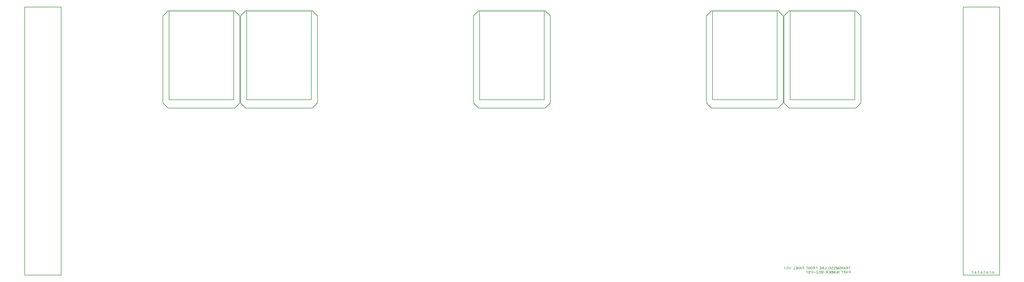
<source format=gbo>
G04 Layer: BottomSilkscreenLayer*
G04 EasyEDA v6.5.34, 2023-08-21 18:11:39*
G04 647ee33e38854942add91aa2b0a3ffd3,5a6b42c53f6a479593ecc07194224c93,10*
G04 Gerber Generator version 0.2*
G04 Scale: 100 percent, Rotated: No, Reflected: No *
G04 Dimensions in millimeters *
G04 leading zeros omitted , absolute positions ,4 integer and 5 decimal *
%FSLAX45Y45*%
%MOMM*%

%ADD10C,0.2032*%
%ADD11C,0.1520*%
%ADD12C,0.2540*%

%LPD*%
D10*
X40872308Y197289D02*
G01*
X40872308Y82745D01*
X40872308Y197289D02*
G01*
X40823217Y197289D01*
X40806855Y191836D01*
X40801399Y186382D01*
X40795945Y175473D01*
X40795945Y159108D01*
X40801399Y148199D01*
X40806855Y142745D01*
X40823217Y137289D01*
X40872308Y137289D01*
X40716308Y197289D02*
G01*
X40759943Y82745D01*
X40716308Y197289D02*
G01*
X40672672Y82745D01*
X40743581Y120926D02*
G01*
X40689037Y120926D01*
X40636672Y197289D02*
G01*
X40636672Y82745D01*
X40636672Y197289D02*
G01*
X40587582Y197289D01*
X40571219Y191836D01*
X40565763Y186382D01*
X40560309Y175473D01*
X40560309Y164564D01*
X40565763Y153654D01*
X40571219Y148199D01*
X40587582Y142745D01*
X40636672Y142745D01*
X40598491Y142745D02*
G01*
X40560309Y82745D01*
X40486126Y197289D02*
G01*
X40486126Y82745D01*
X40524309Y197289D02*
G01*
X40447945Y197289D01*
X40327945Y197289D02*
G01*
X40327945Y82745D01*
X40327945Y197289D02*
G01*
X40251583Y82745D01*
X40251583Y197289D02*
G01*
X40251583Y82745D01*
X40215581Y197289D02*
G01*
X40215581Y115473D01*
X40210127Y99108D01*
X40199218Y88199D01*
X40182855Y82745D01*
X40171946Y82745D01*
X40155581Y88199D01*
X40144674Y99108D01*
X40139218Y115473D01*
X40139218Y197289D01*
X40103219Y197289D02*
G01*
X40103219Y82745D01*
X40103219Y197289D02*
G01*
X40059582Y82745D01*
X40015947Y197289D02*
G01*
X40059582Y82745D01*
X40015947Y197289D02*
G01*
X40015947Y82745D01*
X39979945Y197289D02*
G01*
X39979945Y82745D01*
X39979945Y197289D02*
G01*
X39930854Y197289D01*
X39914492Y191836D01*
X39909038Y186382D01*
X39903582Y175473D01*
X39903582Y164564D01*
X39909038Y153654D01*
X39914492Y148199D01*
X39930854Y142745D01*
X39979945Y142745D02*
G01*
X39930854Y142745D01*
X39914492Y137289D01*
X39909038Y131836D01*
X39903582Y120926D01*
X39903582Y104564D01*
X39909038Y93654D01*
X39914492Y88199D01*
X39930854Y82745D01*
X39979945Y82745D01*
X39867583Y197289D02*
G01*
X39867583Y82745D01*
X39867583Y197289D02*
G01*
X39796674Y197289D01*
X39867583Y142745D02*
G01*
X39823946Y142745D01*
X39867583Y82745D02*
G01*
X39796674Y82745D01*
X39760674Y197289D02*
G01*
X39760674Y82745D01*
X39760674Y197289D02*
G01*
X39711584Y197289D01*
X39695219Y191836D01*
X39689765Y186382D01*
X39684309Y175473D01*
X39684309Y164564D01*
X39689765Y153654D01*
X39695219Y148199D01*
X39711584Y142745D01*
X39760674Y142745D01*
X39722493Y142745D02*
G01*
X39684309Y82745D01*
X39564309Y175473D02*
G01*
X39553400Y180926D01*
X39537038Y197289D01*
X39537038Y82745D01*
X39473766Y197289D02*
G01*
X39490129Y191836D01*
X39495582Y180926D01*
X39495582Y170017D01*
X39490129Y159108D01*
X39479220Y153654D01*
X39457401Y148199D01*
X39441038Y142745D01*
X39430129Y131836D01*
X39424676Y120926D01*
X39424676Y104564D01*
X39430129Y93654D01*
X39435582Y88199D01*
X39451948Y82745D01*
X39473766Y82745D01*
X39490129Y88199D01*
X39495582Y93654D01*
X39501038Y104564D01*
X39501038Y120926D01*
X39495582Y131836D01*
X39484675Y142745D01*
X39468310Y148199D01*
X39446492Y153654D01*
X39435582Y159108D01*
X39430129Y170017D01*
X39430129Y180926D01*
X39435582Y191836D01*
X39451948Y197289D01*
X39473766Y197289D01*
X39323220Y197289D02*
G01*
X39377764Y197289D01*
X39383220Y148199D01*
X39377764Y153654D01*
X39361402Y159108D01*
X39345039Y159108D01*
X39328674Y153654D01*
X39317764Y142745D01*
X39312311Y126382D01*
X39312311Y115473D01*
X39317764Y99108D01*
X39328674Y88199D01*
X39345039Y82745D01*
X39361402Y82745D01*
X39377764Y88199D01*
X39383220Y93654D01*
X39388674Y104564D01*
X39270856Y170017D02*
G01*
X39270856Y175473D01*
X39265402Y186382D01*
X39259946Y191836D01*
X39249040Y197289D01*
X39227221Y197289D01*
X39216312Y191836D01*
X39210856Y186382D01*
X39205402Y175473D01*
X39205402Y164564D01*
X39210856Y153654D01*
X39221765Y137289D01*
X39276312Y82745D01*
X39199947Y82745D01*
X39163947Y131836D02*
G01*
X39065766Y131836D01*
X38997039Y197289D02*
G01*
X39013401Y191836D01*
X39024311Y175473D01*
X39029766Y148199D01*
X39029766Y131836D01*
X39024311Y104564D01*
X39013401Y88199D01*
X38997039Y82745D01*
X38986129Y82745D01*
X38969767Y88199D01*
X38958857Y104564D01*
X38953401Y131836D01*
X38953401Y148199D01*
X38958857Y175473D01*
X38969767Y191836D01*
X38986129Y197289D01*
X38997039Y197289D01*
X38917402Y175473D02*
G01*
X38906493Y180926D01*
X38890130Y197289D01*
X38890130Y82745D01*
X38821403Y197289D02*
G01*
X38837765Y191836D01*
X38848675Y175473D01*
X38854131Y148199D01*
X38854131Y131836D01*
X38848675Y104564D01*
X38837765Y88199D01*
X38821403Y82745D01*
X38810493Y82745D01*
X38794131Y88199D01*
X38783221Y104564D01*
X38777765Y131836D01*
X38777765Y148199D01*
X38783221Y175473D01*
X38794131Y191836D01*
X38810493Y197289D01*
X38821403Y197289D01*
X38741766Y175473D02*
G01*
X38730857Y180926D01*
X38714494Y197289D01*
X38714494Y82745D01*
X40834127Y400489D02*
G01*
X40834127Y285945D01*
X40872308Y400489D02*
G01*
X40795945Y400489D01*
X40759943Y400489D02*
G01*
X40759943Y285945D01*
X40759943Y400489D02*
G01*
X40710853Y400489D01*
X40694490Y395036D01*
X40689037Y389582D01*
X40683581Y378673D01*
X40683581Y367764D01*
X40689037Y356854D01*
X40694490Y351398D01*
X40710853Y345945D01*
X40759943Y345945D01*
X40721762Y345945D02*
G01*
X40683581Y285945D01*
X40603944Y400489D02*
G01*
X40647581Y285945D01*
X40603944Y400489D02*
G01*
X40560310Y285945D01*
X40631219Y324126D02*
G01*
X40576672Y324126D01*
X40524308Y400489D02*
G01*
X40524308Y285945D01*
X40524308Y400489D02*
G01*
X40447945Y285945D01*
X40447945Y400489D02*
G01*
X40447945Y285945D01*
X40335581Y384126D02*
G01*
X40346490Y395036D01*
X40362855Y400489D01*
X40384674Y400489D01*
X40401036Y395036D01*
X40411946Y384126D01*
X40411946Y373217D01*
X40406490Y362308D01*
X40401036Y356854D01*
X40390127Y351398D01*
X40357399Y340489D01*
X40346490Y335036D01*
X40341036Y329582D01*
X40335581Y318673D01*
X40335581Y302308D01*
X40346490Y291398D01*
X40362855Y285945D01*
X40384674Y285945D01*
X40401036Y291398D01*
X40411946Y302308D01*
X40299581Y400489D02*
G01*
X40299581Y285945D01*
X40299581Y400489D02*
G01*
X40255946Y285945D01*
X40212309Y400489D02*
G01*
X40255946Y285945D01*
X40212309Y400489D02*
G01*
X40212309Y285945D01*
X40176310Y400489D02*
G01*
X40176310Y285945D01*
X40063945Y384126D02*
G01*
X40074855Y395036D01*
X40091220Y400489D01*
X40113036Y400489D01*
X40129401Y395036D01*
X40140310Y384126D01*
X40140310Y373217D01*
X40134854Y362308D01*
X40129401Y356854D01*
X40118492Y351398D01*
X40085764Y340489D01*
X40074855Y335036D01*
X40069401Y329582D01*
X40063945Y318673D01*
X40063945Y302308D01*
X40074855Y291398D01*
X40091220Y285945D01*
X40113036Y285945D01*
X40129401Y291398D01*
X40140310Y302308D01*
X39951583Y384126D02*
G01*
X39962493Y395036D01*
X39978855Y400489D01*
X40000674Y400489D01*
X40017037Y395036D01*
X40027946Y384126D01*
X40027946Y373217D01*
X40022492Y362308D01*
X40017037Y356854D01*
X40006127Y351398D01*
X39973399Y340489D01*
X39962493Y335036D01*
X39957037Y329582D01*
X39951583Y318673D01*
X39951583Y302308D01*
X39962493Y291398D01*
X39978855Y285945D01*
X40000674Y285945D01*
X40017037Y291398D01*
X40027946Y302308D01*
X39915581Y400489D02*
G01*
X39915581Y285945D01*
X39846857Y400489D02*
G01*
X39857763Y395036D01*
X39868673Y384126D01*
X39874129Y373217D01*
X39879582Y356854D01*
X39879582Y329582D01*
X39874129Y313217D01*
X39868673Y302308D01*
X39857763Y291398D01*
X39846857Y285945D01*
X39825038Y285945D01*
X39814129Y291398D01*
X39803219Y302308D01*
X39797763Y313217D01*
X39792310Y329582D01*
X39792310Y356854D01*
X39797763Y373217D01*
X39803219Y384126D01*
X39814129Y395036D01*
X39825038Y400489D01*
X39846857Y400489D01*
X39672310Y400489D02*
G01*
X39672310Y285945D01*
X39672310Y285945D02*
G01*
X39606857Y285945D01*
X39570855Y400489D02*
G01*
X39570855Y285945D01*
X39534856Y400489D02*
G01*
X39534856Y285945D01*
X39534856Y400489D02*
G01*
X39458493Y285945D01*
X39458493Y400489D02*
G01*
X39458493Y285945D01*
X39422494Y400489D02*
G01*
X39422494Y285945D01*
X39422494Y400489D02*
G01*
X39351584Y400489D01*
X39422494Y345945D02*
G01*
X39378856Y345945D01*
X39422494Y285945D02*
G01*
X39351584Y285945D01*
X39231585Y400489D02*
G01*
X39231585Y285945D01*
X39231585Y400489D02*
G01*
X39160676Y400489D01*
X39231585Y345945D02*
G01*
X39187948Y345945D01*
X39124676Y400489D02*
G01*
X39124676Y285945D01*
X39124676Y400489D02*
G01*
X39075583Y400489D01*
X39059220Y395036D01*
X39053767Y389582D01*
X39048311Y378673D01*
X39048311Y367764D01*
X39053767Y356854D01*
X39059220Y351398D01*
X39075583Y345945D01*
X39124676Y345945D01*
X39086492Y345945D02*
G01*
X39048311Y285945D01*
X38979584Y400489D02*
G01*
X38990493Y395036D01*
X39001402Y384126D01*
X39006858Y373217D01*
X39012312Y356854D01*
X39012312Y329582D01*
X39006858Y313217D01*
X39001402Y302308D01*
X38990493Y291398D01*
X38979584Y285945D01*
X38957765Y285945D01*
X38946858Y291398D01*
X38935949Y302308D01*
X38930493Y313217D01*
X38925040Y329582D01*
X38925040Y356854D01*
X38930493Y373217D01*
X38935949Y384126D01*
X38946858Y395036D01*
X38957765Y400489D01*
X38979584Y400489D01*
X38889040Y400489D02*
G01*
X38889040Y285945D01*
X38889040Y400489D02*
G01*
X38812675Y285945D01*
X38812675Y400489D02*
G01*
X38812675Y285945D01*
X38738495Y400489D02*
G01*
X38738495Y285945D01*
X38776676Y400489D02*
G01*
X38700313Y400489D01*
X38580313Y400489D02*
G01*
X38580313Y285945D01*
X38580313Y400489D02*
G01*
X38531223Y400489D01*
X38514858Y395036D01*
X38509404Y389582D01*
X38503948Y378673D01*
X38503948Y362308D01*
X38509404Y351398D01*
X38514858Y345945D01*
X38531223Y340489D01*
X38580313Y340489D01*
X38424312Y400489D02*
G01*
X38467949Y285945D01*
X38424312Y400489D02*
G01*
X38380677Y285945D01*
X38451586Y324126D02*
G01*
X38397040Y324126D01*
X38344678Y400489D02*
G01*
X38344678Y285945D01*
X38344678Y400489D02*
G01*
X38268313Y285945D01*
X38268313Y400489D02*
G01*
X38268313Y285945D01*
X38232313Y400489D02*
G01*
X38232313Y285945D01*
X38232313Y400489D02*
G01*
X38161404Y400489D01*
X38232313Y345945D02*
G01*
X38188676Y345945D01*
X38232313Y285945D02*
G01*
X38161404Y285945D01*
X38125405Y400489D02*
G01*
X38125405Y285945D01*
X38125405Y285945D02*
G01*
X38059949Y285945D01*
X37939949Y400489D02*
G01*
X37896314Y285945D01*
X37852677Y400489D02*
G01*
X37896314Y285945D01*
X37783950Y400489D02*
G01*
X37800315Y395036D01*
X37811224Y378673D01*
X37816678Y351398D01*
X37816678Y335036D01*
X37811224Y307764D01*
X37800315Y291398D01*
X37783950Y285945D01*
X37773041Y285945D01*
X37756678Y291398D01*
X37745769Y307764D01*
X37740315Y335036D01*
X37740315Y351398D01*
X37745769Y378673D01*
X37756678Y395036D01*
X37773041Y400489D01*
X37783950Y400489D01*
X37698860Y313217D02*
G01*
X37704313Y307764D01*
X37698860Y302308D01*
X37693404Y307764D01*
X37698860Y313217D01*
X37657404Y378673D02*
G01*
X37646495Y384126D01*
X37630133Y400489D01*
X37630133Y285945D01*
D11*
X47974143Y191551D02*
G01*
X47974143Y108424D01*
X47979340Y92837D01*
X47984534Y87642D01*
X47994925Y82448D01*
X48005316Y82448D01*
X48015707Y87642D01*
X48020904Y92837D01*
X48026099Y108424D01*
X48026099Y118816D01*
X47939853Y191551D02*
G01*
X47939853Y82448D01*
X47939853Y82448D02*
G01*
X47877509Y82448D01*
X47765286Y165574D02*
G01*
X47770483Y175966D01*
X47780874Y186357D01*
X47791263Y191551D01*
X47812045Y191551D01*
X47822436Y186357D01*
X47832827Y175966D01*
X47838024Y165574D01*
X47843219Y149987D01*
X47843219Y124010D01*
X47838024Y108424D01*
X47832827Y98033D01*
X47822436Y87642D01*
X47812045Y82448D01*
X47791263Y82448D01*
X47780874Y87642D01*
X47770483Y98033D01*
X47765286Y108424D01*
X47679043Y191551D02*
G01*
X47679043Y108424D01*
X47684237Y92837D01*
X47689434Y87642D01*
X47699823Y82448D01*
X47710214Y82448D01*
X47720605Y87642D01*
X47725802Y92837D01*
X47730996Y108424D01*
X47730996Y118816D01*
X47644753Y191551D02*
G01*
X47644753Y82448D01*
X47644753Y82448D02*
G01*
X47582406Y82448D01*
X47470184Y165574D02*
G01*
X47475381Y175966D01*
X47485772Y186357D01*
X47496163Y191551D01*
X47516943Y191551D01*
X47527334Y186357D01*
X47537725Y175966D01*
X47542922Y165574D01*
X47548116Y149987D01*
X47548116Y124010D01*
X47542922Y108424D01*
X47537725Y98033D01*
X47527334Y87642D01*
X47516943Y82448D01*
X47496163Y82448D01*
X47485772Y87642D01*
X47475381Y98033D01*
X47470184Y108424D01*
X47383941Y191551D02*
G01*
X47383941Y108424D01*
X47389135Y92837D01*
X47394332Y87642D01*
X47404723Y82448D01*
X47415114Y82448D01*
X47425503Y87642D01*
X47430700Y92837D01*
X47435894Y108424D01*
X47435894Y118816D01*
X47349651Y191551D02*
G01*
X47349651Y82448D01*
X47349651Y82448D02*
G01*
X47287304Y82448D01*
X47175084Y165574D02*
G01*
X47180279Y175966D01*
X47190670Y186357D01*
X47201061Y191551D01*
X47221843Y191551D01*
X47232234Y186357D01*
X47242623Y175966D01*
X47247820Y165574D01*
X47253014Y149987D01*
X47253014Y124010D01*
X47247820Y108424D01*
X47242623Y98033D01*
X47232234Y87642D01*
X47221843Y82448D01*
X47201061Y82448D01*
X47190670Y87642D01*
X47180279Y98033D01*
X47175084Y108424D01*
X47088839Y191551D02*
G01*
X47088839Y108424D01*
X47094033Y92837D01*
X47099230Y87642D01*
X47109621Y82448D01*
X47120012Y82448D01*
X47130403Y87642D01*
X47135597Y92837D01*
X47140794Y108424D01*
X47140794Y118816D01*
X47054549Y191551D02*
G01*
X47054549Y82448D01*
X47054549Y82448D02*
G01*
X46992204Y82448D01*
X46879982Y165574D02*
G01*
X46885176Y175966D01*
X46895567Y186357D01*
X46905959Y191551D01*
X46926741Y191551D01*
X46937132Y186357D01*
X46947523Y175966D01*
X46952717Y165574D01*
X46957914Y149987D01*
X46957914Y124010D01*
X46952717Y108424D01*
X46947523Y98033D01*
X46937132Y87642D01*
X46926741Y82448D01*
X46905959Y82448D01*
X46895567Y87642D01*
X46885176Y98033D01*
X46879982Y108424D01*
D12*
X37844003Y13115317D02*
G01*
X41146003Y13115317D01*
X41400003Y12861317D01*
X41400003Y8543317D01*
X41146003Y8289317D01*
X37844003Y8289317D01*
X37590003Y8543317D01*
X37590003Y12861317D01*
X37844003Y13115317D01*
X34000803Y13115317D02*
G01*
X37302803Y13115317D01*
X37556803Y12861317D01*
X37556803Y8543317D01*
X37302803Y8289317D01*
X34000803Y8289317D01*
X33746803Y8543317D01*
X33746803Y12861317D01*
X34000803Y13115317D01*
X22471199Y13115317D02*
G01*
X25773199Y13115317D01*
X26027199Y12861317D01*
X26027199Y8543317D01*
X25773199Y8289317D01*
X22471199Y8289317D01*
X22217199Y8543317D01*
X22217199Y12861317D01*
X22471199Y13115317D01*
X10941596Y13115317D02*
G01*
X14243596Y13115317D01*
X14497596Y12861317D01*
X14497596Y8543317D01*
X14243596Y8289317D01*
X10941596Y8289317D01*
X10687596Y8543317D01*
X10687596Y12861317D01*
X10941596Y13115317D01*
X7098393Y13115317D02*
G01*
X10400393Y13115317D01*
X10654393Y12861317D01*
X10654393Y8543317D01*
X10400393Y8289317D01*
X7098393Y8289317D01*
X6844393Y8543317D01*
X6844393Y12861317D01*
X7098393Y13115317D01*
X7149211Y13102615D02*
G01*
X10349204Y13102615D01*
X10349204Y8702624D01*
X7149211Y8702624D01*
X7149211Y13102615D01*
X10992408Y13102615D02*
G01*
X14192402Y13102615D01*
X14192402Y8702624D01*
X10992408Y8702624D01*
X10992408Y13102615D01*
X22522027Y13102615D02*
G01*
X25722021Y13102615D01*
X25722021Y8702624D01*
X22522027Y8702624D01*
X22522027Y13102615D01*
X34051621Y13102615D02*
G01*
X37251614Y13102615D01*
X37251614Y8702624D01*
X34051621Y8702624D01*
X34051621Y13102615D01*
X37894818Y13102615D02*
G01*
X41094812Y13102615D01*
X41094812Y8702624D01*
X37894818Y8702624D01*
X37894818Y13102615D01*
X0Y13299973D02*
G01*
X1799996Y13299973D01*
X1799996Y0D01*
X0Y0D01*
X0Y13299973D01*
X46463991Y13296900D02*
G01*
X48263987Y13296900D01*
X48263987Y-3073D01*
X46463991Y-3073D01*
X46463991Y13296900D01*
M02*

</source>
